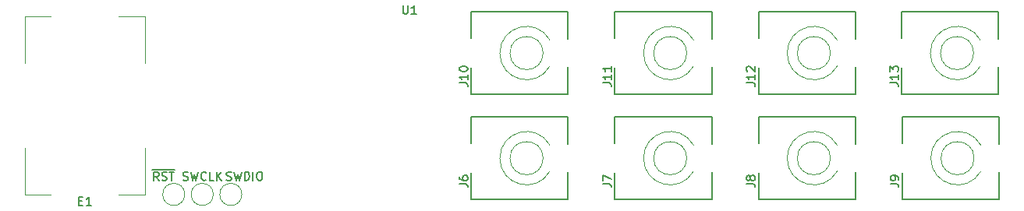
<source format=gbr>
%TF.GenerationSoftware,KiCad,Pcbnew,(6.0.2)*%
%TF.CreationDate,2022-03-16T17:45:16-04:00*%
%TF.ProjectId,cv_sequencer,63765f73-6571-4756-956e-6365722e6b69,0.1*%
%TF.SameCoordinates,Original*%
%TF.FileFunction,Legend,Top*%
%TF.FilePolarity,Positive*%
%FSLAX46Y46*%
G04 Gerber Fmt 4.6, Leading zero omitted, Abs format (unit mm)*
G04 Created by KiCad (PCBNEW (6.0.2)) date 2022-03-16 17:45:16*
%MOMM*%
%LPD*%
G01*
G04 APERTURE LIST*
%ADD10C,0.152400*%
%ADD11C,0.120000*%
%ADD12C,0.200000*%
G04 APERTURE END LIST*
D10*
%TO.C,E1*%
X114684628Y-86040685D02*
X114989428Y-86040685D01*
X115120057Y-86519657D02*
X114684628Y-86519657D01*
X114684628Y-85605257D01*
X115120057Y-85605257D01*
X115990914Y-86519657D02*
X115468400Y-86519657D01*
X115729657Y-86519657D02*
X115729657Y-85605257D01*
X115642571Y-85735885D01*
X115555485Y-85822971D01*
X115468400Y-85866514D01*
%TO.C,J12*%
X187161657Y-73217228D02*
X187814800Y-73217228D01*
X187945428Y-73260771D01*
X188032514Y-73347857D01*
X188076057Y-73478485D01*
X188076057Y-73565571D01*
X188076057Y-72302828D02*
X188076057Y-72825342D01*
X188076057Y-72564085D02*
X187161657Y-72564085D01*
X187292285Y-72651171D01*
X187379371Y-72738257D01*
X187422914Y-72825342D01*
X187248742Y-71954485D02*
X187205200Y-71910942D01*
X187161657Y-71823857D01*
X187161657Y-71606142D01*
X187205200Y-71519057D01*
X187248742Y-71475514D01*
X187335828Y-71431971D01*
X187422914Y-71431971D01*
X187553542Y-71475514D01*
X188076057Y-71998028D01*
X188076057Y-71431971D01*
%TO.C,TP18*%
X122609428Y-82654648D02*
X123523828Y-82654648D01*
X123349657Y-83827257D02*
X123044857Y-83391828D01*
X122827142Y-83827257D02*
X122827142Y-82912857D01*
X123175485Y-82912857D01*
X123262571Y-82956400D01*
X123306114Y-82999942D01*
X123349657Y-83087028D01*
X123349657Y-83217657D01*
X123306114Y-83304742D01*
X123262571Y-83348285D01*
X123175485Y-83391828D01*
X122827142Y-83391828D01*
X123523828Y-82654648D02*
X124394685Y-82654648D01*
X123698000Y-83783714D02*
X123828628Y-83827257D01*
X124046342Y-83827257D01*
X124133428Y-83783714D01*
X124176971Y-83740171D01*
X124220514Y-83653085D01*
X124220514Y-83566000D01*
X124176971Y-83478914D01*
X124133428Y-83435371D01*
X124046342Y-83391828D01*
X123872171Y-83348285D01*
X123785085Y-83304742D01*
X123741542Y-83261200D01*
X123698000Y-83174114D01*
X123698000Y-83087028D01*
X123741542Y-82999942D01*
X123785085Y-82956400D01*
X123872171Y-82912857D01*
X124089885Y-82912857D01*
X124220514Y-82956400D01*
X124394685Y-82654648D02*
X125091371Y-82654648D01*
X124481771Y-82912857D02*
X125004285Y-82912857D01*
X124743028Y-83827257D02*
X124743028Y-82912857D01*
%TO.C,J8*%
X187161657Y-84211800D02*
X187814800Y-84211800D01*
X187945428Y-84255342D01*
X188032514Y-84342428D01*
X188076057Y-84473057D01*
X188076057Y-84560142D01*
X187553542Y-83645742D02*
X187510000Y-83732828D01*
X187466457Y-83776371D01*
X187379371Y-83819914D01*
X187335828Y-83819914D01*
X187248742Y-83776371D01*
X187205200Y-83732828D01*
X187161657Y-83645742D01*
X187161657Y-83471571D01*
X187205200Y-83384485D01*
X187248742Y-83340942D01*
X187335828Y-83297400D01*
X187379371Y-83297400D01*
X187466457Y-83340942D01*
X187510000Y-83384485D01*
X187553542Y-83471571D01*
X187553542Y-83645742D01*
X187597085Y-83732828D01*
X187640628Y-83776371D01*
X187727714Y-83819914D01*
X187901885Y-83819914D01*
X187988971Y-83776371D01*
X188032514Y-83732828D01*
X188076057Y-83645742D01*
X188076057Y-83471571D01*
X188032514Y-83384485D01*
X187988971Y-83340942D01*
X187901885Y-83297400D01*
X187727714Y-83297400D01*
X187640628Y-83340942D01*
X187597085Y-83384485D01*
X187553542Y-83471571D01*
%TO.C,J6*%
X155970457Y-84211800D02*
X156623600Y-84211800D01*
X156754228Y-84255342D01*
X156841314Y-84342428D01*
X156884857Y-84473057D01*
X156884857Y-84560142D01*
X155970457Y-83384485D02*
X155970457Y-83558657D01*
X156014000Y-83645742D01*
X156057542Y-83689285D01*
X156188171Y-83776371D01*
X156362342Y-83819914D01*
X156710685Y-83819914D01*
X156797771Y-83776371D01*
X156841314Y-83732828D01*
X156884857Y-83645742D01*
X156884857Y-83471571D01*
X156841314Y-83384485D01*
X156797771Y-83340942D01*
X156710685Y-83297400D01*
X156492971Y-83297400D01*
X156405885Y-83340942D01*
X156362342Y-83384485D01*
X156318800Y-83471571D01*
X156318800Y-83645742D01*
X156362342Y-83732828D01*
X156405885Y-83776371D01*
X156492971Y-83819914D01*
%TO.C,J10*%
X155970457Y-73217228D02*
X156623600Y-73217228D01*
X156754228Y-73260771D01*
X156841314Y-73347857D01*
X156884857Y-73478485D01*
X156884857Y-73565571D01*
X156884857Y-72302828D02*
X156884857Y-72825342D01*
X156884857Y-72564085D02*
X155970457Y-72564085D01*
X156101085Y-72651171D01*
X156188171Y-72738257D01*
X156231714Y-72825342D01*
X155970457Y-71736771D02*
X155970457Y-71649685D01*
X156014000Y-71562600D01*
X156057542Y-71519057D01*
X156144628Y-71475514D01*
X156318800Y-71431971D01*
X156536514Y-71431971D01*
X156710685Y-71475514D01*
X156797771Y-71519057D01*
X156841314Y-71562600D01*
X156884857Y-71649685D01*
X156884857Y-71736771D01*
X156841314Y-71823857D01*
X156797771Y-71867400D01*
X156710685Y-71910942D01*
X156536514Y-71954485D01*
X156318800Y-71954485D01*
X156144628Y-71910942D01*
X156057542Y-71867400D01*
X156014000Y-71823857D01*
X155970457Y-71736771D01*
%TO.C,J13*%
X202708257Y-73217228D02*
X203361400Y-73217228D01*
X203492028Y-73260771D01*
X203579114Y-73347857D01*
X203622657Y-73478485D01*
X203622657Y-73565571D01*
X203622657Y-72302828D02*
X203622657Y-72825342D01*
X203622657Y-72564085D02*
X202708257Y-72564085D01*
X202838885Y-72651171D01*
X202925971Y-72738257D01*
X202969514Y-72825342D01*
X202708257Y-71998028D02*
X202708257Y-71431971D01*
X203056600Y-71736771D01*
X203056600Y-71606142D01*
X203100142Y-71519057D01*
X203143685Y-71475514D01*
X203230771Y-71431971D01*
X203448485Y-71431971D01*
X203535571Y-71475514D01*
X203579114Y-71519057D01*
X203622657Y-71606142D01*
X203622657Y-71867400D01*
X203579114Y-71954485D01*
X203535571Y-71998028D01*
%TO.C,TP16*%
X125998514Y-83783714D02*
X126129142Y-83827257D01*
X126346857Y-83827257D01*
X126433942Y-83783714D01*
X126477485Y-83740171D01*
X126521028Y-83653085D01*
X126521028Y-83566000D01*
X126477485Y-83478914D01*
X126433942Y-83435371D01*
X126346857Y-83391828D01*
X126172685Y-83348285D01*
X126085600Y-83304742D01*
X126042057Y-83261200D01*
X125998514Y-83174114D01*
X125998514Y-83087028D01*
X126042057Y-82999942D01*
X126085600Y-82956400D01*
X126172685Y-82912857D01*
X126390400Y-82912857D01*
X126521028Y-82956400D01*
X126825828Y-82912857D02*
X127043542Y-83827257D01*
X127217714Y-83174114D01*
X127391885Y-83827257D01*
X127609600Y-82912857D01*
X128480457Y-83740171D02*
X128436914Y-83783714D01*
X128306285Y-83827257D01*
X128219200Y-83827257D01*
X128088571Y-83783714D01*
X128001485Y-83696628D01*
X127957942Y-83609542D01*
X127914400Y-83435371D01*
X127914400Y-83304742D01*
X127957942Y-83130571D01*
X128001485Y-83043485D01*
X128088571Y-82956400D01*
X128219200Y-82912857D01*
X128306285Y-82912857D01*
X128436914Y-82956400D01*
X128480457Y-82999942D01*
X129307771Y-83827257D02*
X128872342Y-83827257D01*
X128872342Y-82912857D01*
X129612571Y-83827257D02*
X129612571Y-82912857D01*
X130135085Y-83827257D02*
X129743200Y-83304742D01*
X130135085Y-82912857D02*
X129612571Y-83435371D01*
%TO.C,J9*%
X202757257Y-84211800D02*
X203410400Y-84211800D01*
X203541028Y-84255342D01*
X203628114Y-84342428D01*
X203671657Y-84473057D01*
X203671657Y-84560142D01*
X203671657Y-83732828D02*
X203671657Y-83558657D01*
X203628114Y-83471571D01*
X203584571Y-83428028D01*
X203453942Y-83340942D01*
X203279771Y-83297400D01*
X202931428Y-83297400D01*
X202844342Y-83340942D01*
X202800800Y-83384485D01*
X202757257Y-83471571D01*
X202757257Y-83645742D01*
X202800800Y-83732828D01*
X202844342Y-83776371D01*
X202931428Y-83819914D01*
X203149142Y-83819914D01*
X203236228Y-83776371D01*
X203279771Y-83732828D01*
X203323314Y-83645742D01*
X203323314Y-83471571D01*
X203279771Y-83384485D01*
X203236228Y-83340942D01*
X203149142Y-83297400D01*
%TO.C,J11*%
X171566057Y-73217228D02*
X172219200Y-73217228D01*
X172349828Y-73260771D01*
X172436914Y-73347857D01*
X172480457Y-73478485D01*
X172480457Y-73565571D01*
X172480457Y-72302828D02*
X172480457Y-72825342D01*
X172480457Y-72564085D02*
X171566057Y-72564085D01*
X171696685Y-72651171D01*
X171783771Y-72738257D01*
X171827314Y-72825342D01*
X172480457Y-71431971D02*
X172480457Y-71954485D01*
X172480457Y-71693228D02*
X171566057Y-71693228D01*
X171696685Y-71780314D01*
X171783771Y-71867400D01*
X171827314Y-71954485D01*
%TO.C,TP15*%
X130701142Y-83783714D02*
X130831771Y-83827257D01*
X131049485Y-83827257D01*
X131136571Y-83783714D01*
X131180114Y-83740171D01*
X131223657Y-83653085D01*
X131223657Y-83566000D01*
X131180114Y-83478914D01*
X131136571Y-83435371D01*
X131049485Y-83391828D01*
X130875314Y-83348285D01*
X130788228Y-83304742D01*
X130744685Y-83261200D01*
X130701142Y-83174114D01*
X130701142Y-83087028D01*
X130744685Y-82999942D01*
X130788228Y-82956400D01*
X130875314Y-82912857D01*
X131093028Y-82912857D01*
X131223657Y-82956400D01*
X131528457Y-82912857D02*
X131746171Y-83827257D01*
X131920342Y-83174114D01*
X132094514Y-83827257D01*
X132312228Y-82912857D01*
X132660571Y-83827257D02*
X132660571Y-82912857D01*
X132878285Y-82912857D01*
X133008914Y-82956400D01*
X133096000Y-83043485D01*
X133139542Y-83130571D01*
X133183085Y-83304742D01*
X133183085Y-83435371D01*
X133139542Y-83609542D01*
X133096000Y-83696628D01*
X133008914Y-83783714D01*
X132878285Y-83827257D01*
X132660571Y-83827257D01*
X133574971Y-83827257D02*
X133574971Y-82912857D01*
X134184571Y-82912857D02*
X134358742Y-82912857D01*
X134445828Y-82956400D01*
X134532914Y-83043485D01*
X134576457Y-83217657D01*
X134576457Y-83522457D01*
X134532914Y-83696628D01*
X134445828Y-83783714D01*
X134358742Y-83827257D01*
X134184571Y-83827257D01*
X134097485Y-83783714D01*
X134010400Y-83696628D01*
X133966857Y-83522457D01*
X133966857Y-83217657D01*
X134010400Y-83043485D01*
X134097485Y-82956400D01*
X134184571Y-82912857D01*
%TO.C,U1*%
X149853314Y-64814257D02*
X149853314Y-65554485D01*
X149896857Y-65641571D01*
X149940400Y-65685114D01*
X150027485Y-65728657D01*
X150201657Y-65728657D01*
X150288742Y-65685114D01*
X150332285Y-65641571D01*
X150375828Y-65554485D01*
X150375828Y-64814257D01*
X151290228Y-65728657D02*
X150767714Y-65728657D01*
X151028971Y-65728657D02*
X151028971Y-64814257D01*
X150941885Y-64944885D01*
X150854800Y-65031971D01*
X150767714Y-65075514D01*
%TO.C,J7*%
X171566057Y-84211800D02*
X172219200Y-84211800D01*
X172349828Y-84255342D01*
X172436914Y-84342428D01*
X172480457Y-84473057D01*
X172480457Y-84560142D01*
X171566057Y-83863457D02*
X171566057Y-83253857D01*
X172480457Y-83645742D01*
D11*
%TO.C,E1*%
X111616000Y-85392000D02*
X108816000Y-85392000D01*
X111616000Y-65992000D02*
X108816000Y-65992000D01*
X119016000Y-65992000D02*
X121816000Y-65992000D01*
X108816000Y-65992000D02*
X108816000Y-71092000D01*
X119014260Y-85392000D02*
X121816000Y-85392000D01*
X121816000Y-65992000D02*
X121816000Y-71092000D01*
X108816000Y-85392000D02*
X108816000Y-80292000D01*
X121816000Y-85392000D02*
X121816000Y-80292000D01*
D12*
%TO.C,J12*%
X198962400Y-68477000D02*
X198962400Y-65477000D01*
X198962400Y-74477000D02*
X198962400Y-71477000D01*
X188462400Y-68377000D02*
X188462400Y-65477000D01*
X198962400Y-65477000D02*
X188462400Y-65477000D01*
X198962400Y-74477000D02*
X188462400Y-74477000D01*
X188462400Y-74477000D02*
X188462400Y-71577000D01*
D11*
X196992667Y-68560050D02*
G75*
G03*
X191562400Y-69977000I-2530267J-1416950D01*
G01*
X191562400Y-69977000D02*
G75*
G03*
X196992667Y-71393950I2900000J0D01*
G01*
X196262400Y-69977000D02*
G75*
G03*
X196262400Y-69977000I-1800000J0D01*
G01*
%TO.C,TP18*%
X126168000Y-85344000D02*
G75*
G03*
X126168000Y-85344000I-1200000J0D01*
G01*
D12*
%TO.C,J8*%
X198962400Y-79907000D02*
X198962400Y-76907000D01*
X198962400Y-85907000D02*
X198962400Y-82907000D01*
X188462400Y-79807000D02*
X188462400Y-76907000D01*
X198962400Y-76907000D02*
X188462400Y-76907000D01*
X198962400Y-85907000D02*
X188462400Y-85907000D01*
X188462400Y-85907000D02*
X188462400Y-83007000D01*
D11*
X196992667Y-79990050D02*
G75*
G03*
X191562400Y-81407000I-2530267J-1416950D01*
G01*
X191562400Y-81407000D02*
G75*
G03*
X196992667Y-82823950I2900000J0D01*
G01*
X196262400Y-81407000D02*
G75*
G03*
X196262400Y-81407000I-1800000J0D01*
G01*
D12*
%TO.C,J6*%
X167771200Y-79907000D02*
X167771200Y-76907000D01*
X167771200Y-85907000D02*
X167771200Y-82907000D01*
X157271200Y-79807000D02*
X157271200Y-76907000D01*
X167771200Y-76907000D02*
X157271200Y-76907000D01*
X167771200Y-85907000D02*
X157271200Y-85907000D01*
X157271200Y-85907000D02*
X157271200Y-83007000D01*
D11*
X165801467Y-79990050D02*
G75*
G03*
X160371200Y-81407000I-2530267J-1416950D01*
G01*
X160371200Y-81407000D02*
G75*
G03*
X165801467Y-82823950I2900000J0D01*
G01*
X165071200Y-81407000D02*
G75*
G03*
X165071200Y-81407000I-1800000J0D01*
G01*
D12*
%TO.C,J10*%
X167771200Y-68477000D02*
X167771200Y-65477000D01*
X167771200Y-74477000D02*
X167771200Y-71477000D01*
X157271200Y-68377000D02*
X157271200Y-65477000D01*
X167771200Y-65477000D02*
X157271200Y-65477000D01*
X167771200Y-74477000D02*
X157271200Y-74477000D01*
X157271200Y-74477000D02*
X157271200Y-71577000D01*
D11*
X165801467Y-68560050D02*
G75*
G03*
X160371200Y-69977000I-2530267J-1416950D01*
G01*
X160371200Y-69977000D02*
G75*
G03*
X165801467Y-71393950I2900000J0D01*
G01*
X165071200Y-69977000D02*
G75*
G03*
X165071200Y-69977000I-1800000J0D01*
G01*
D12*
%TO.C,J13*%
X214509000Y-68477000D02*
X214509000Y-65477000D01*
X214509000Y-74477000D02*
X214509000Y-71477000D01*
X204009000Y-68377000D02*
X204009000Y-65477000D01*
X214509000Y-65477000D02*
X204009000Y-65477000D01*
X214509000Y-74477000D02*
X204009000Y-74477000D01*
X204009000Y-74477000D02*
X204009000Y-71577000D01*
D11*
X212539267Y-68560050D02*
G75*
G03*
X207109000Y-69977000I-2530267J-1416950D01*
G01*
X207109000Y-69977000D02*
G75*
G03*
X212539267Y-71393950I2900000J0D01*
G01*
X211809000Y-69977000D02*
G75*
G03*
X211809000Y-69977000I-1800000J0D01*
G01*
%TO.C,TP16*%
X129266800Y-85344000D02*
G75*
G03*
X129266800Y-85344000I-1200000J0D01*
G01*
D12*
%TO.C,J9*%
X214558000Y-79907000D02*
X214558000Y-76907000D01*
X214558000Y-85907000D02*
X214558000Y-82907000D01*
X204058000Y-79807000D02*
X204058000Y-76907000D01*
X214558000Y-76907000D02*
X204058000Y-76907000D01*
X214558000Y-85907000D02*
X204058000Y-85907000D01*
X204058000Y-85907000D02*
X204058000Y-83007000D01*
D11*
X212588267Y-79990050D02*
G75*
G03*
X207158000Y-81407000I-2530267J-1416950D01*
G01*
X207158000Y-81407000D02*
G75*
G03*
X212588267Y-82823950I2900000J0D01*
G01*
X211858000Y-81407000D02*
G75*
G03*
X211858000Y-81407000I-1800000J0D01*
G01*
D12*
%TO.C,J11*%
X183366800Y-68477000D02*
X183366800Y-65477000D01*
X183366800Y-74477000D02*
X183366800Y-71477000D01*
X172866800Y-68377000D02*
X172866800Y-65477000D01*
X183366800Y-65477000D02*
X172866800Y-65477000D01*
X183366800Y-74477000D02*
X172866800Y-74477000D01*
X172866800Y-74477000D02*
X172866800Y-71577000D01*
D11*
X181397067Y-68560050D02*
G75*
G03*
X175966800Y-69977000I-2530267J-1416950D01*
G01*
X175966800Y-69977000D02*
G75*
G03*
X181397067Y-71393950I2900000J0D01*
G01*
X180666800Y-69977000D02*
G75*
G03*
X180666800Y-69977000I-1800000J0D01*
G01*
%TO.C,TP15*%
X132365600Y-85344000D02*
G75*
G03*
X132365600Y-85344000I-1200000J0D01*
G01*
D12*
%TO.C,J7*%
X183366800Y-79907000D02*
X183366800Y-76907000D01*
X183366800Y-85907000D02*
X183366800Y-82907000D01*
X172866800Y-79807000D02*
X172866800Y-76907000D01*
X183366800Y-76907000D02*
X172866800Y-76907000D01*
X183366800Y-85907000D02*
X172866800Y-85907000D01*
X172866800Y-85907000D02*
X172866800Y-83007000D01*
D11*
X181397067Y-79990050D02*
G75*
G03*
X175966800Y-81407000I-2530267J-1416950D01*
G01*
X175966800Y-81407000D02*
G75*
G03*
X181397067Y-82823950I2900000J0D01*
G01*
X180666800Y-81407000D02*
G75*
G03*
X180666800Y-81407000I-1800000J0D01*
G01*
%TD*%
M02*

</source>
